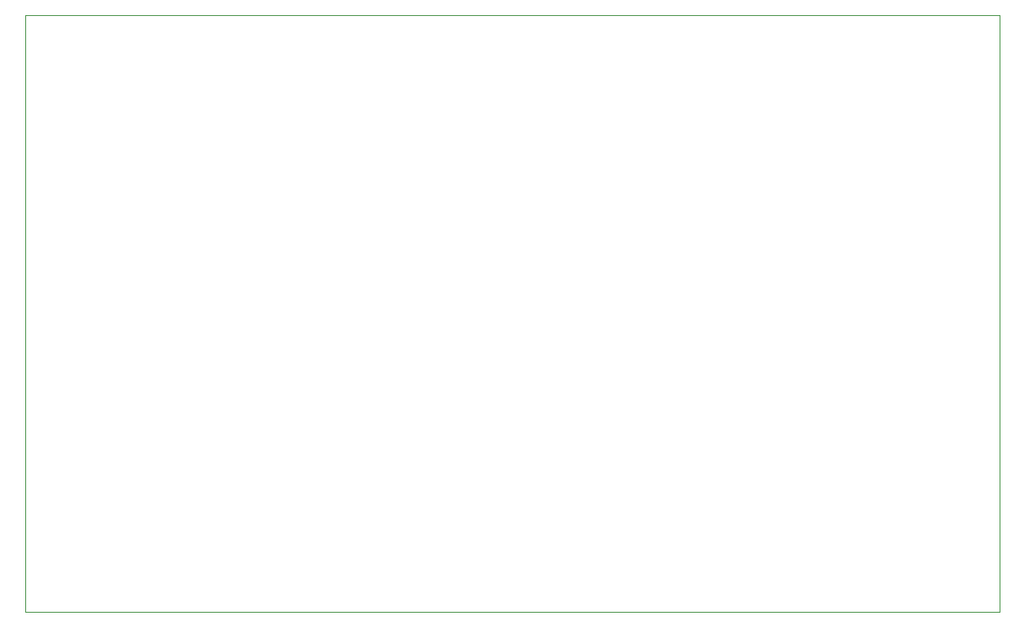
<source format=gbr>
G04 #@! TF.GenerationSoftware,KiCad,Pcbnew,(5.1.2)-2*
G04 #@! TF.CreationDate,2020-05-29T08:27:19+02:00*
G04 #@! TF.ProjectId,Hauptplatine_Arduino,48617570-7470-46c6-9174-696e655f4172,rev?*
G04 #@! TF.SameCoordinates,Original*
G04 #@! TF.FileFunction,Profile,NP*
%FSLAX46Y46*%
G04 Gerber Fmt 4.6, Leading zero omitted, Abs format (unit mm)*
G04 Created by KiCad (PCBNEW (5.1.2)-2) date 2020-05-29 08:27:19*
%MOMM*%
%LPD*%
G04 APERTURE LIST*
%ADD10C,0.100000*%
G04 APERTURE END LIST*
D10*
X90700000Y-121600000D02*
X90700000Y-61600000D01*
X188700000Y-121600000D02*
X90700000Y-121600000D01*
X188700000Y-61600000D02*
X188700000Y-121600000D01*
X90700000Y-61600000D02*
X188700000Y-61600000D01*
M02*

</source>
